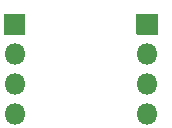
<source format=gbs>
%TF.GenerationSoftware,KiCad,Pcbnew,5.1.7+dfsg1-1*%
%TF.CreationDate,2020-10-30T20:21:54-04:00*%
%TF.ProjectId,fpga-game,66706761-2d67-4616-9d65-2e6b69636164,rev?*%
%TF.SameCoordinates,Original*%
%TF.FileFunction,Soldermask,Bot*%
%TF.FilePolarity,Negative*%
%FSLAX46Y46*%
G04 Gerber Fmt 4.6, Leading zero omitted, Abs format (unit mm)*
G04 Created by KiCad (PCBNEW 5.1.7+dfsg1-1) date 2020-10-30 20:21:54*
%MOMM*%
%LPD*%
G01*
G04 APERTURE LIST*
%ADD10O,1.801600X1.801600*%
G04 APERTURE END LIST*
%TO.C,J1*%
G36*
G01*
X154126200Y-97250000D02*
X154126200Y-95550000D01*
G75*
G02*
X154177000Y-95499200I50800J0D01*
G01*
X155877000Y-95499200D01*
G75*
G02*
X155927800Y-95550000I0J-50800D01*
G01*
X155927800Y-97250000D01*
G75*
G02*
X155877000Y-97300800I-50800J0D01*
G01*
X154177000Y-97300800D01*
G75*
G02*
X154126200Y-97250000I0J50800D01*
G01*
G37*
D10*
X155027000Y-98940000D03*
X155027000Y-101480000D03*
X155027000Y-104020000D03*
%TD*%
%TO.C,J2*%
X166227000Y-104020000D03*
X166227000Y-101480000D03*
X166227000Y-98940000D03*
G36*
G01*
X165326200Y-97250000D02*
X165326200Y-95550000D01*
G75*
G02*
X165377000Y-95499200I50800J0D01*
G01*
X167077000Y-95499200D01*
G75*
G02*
X167127800Y-95550000I0J-50800D01*
G01*
X167127800Y-97250000D01*
G75*
G02*
X167077000Y-97300800I-50800J0D01*
G01*
X165377000Y-97300800D01*
G75*
G02*
X165326200Y-97250000I0J50800D01*
G01*
G37*
%TD*%
M02*

</source>
